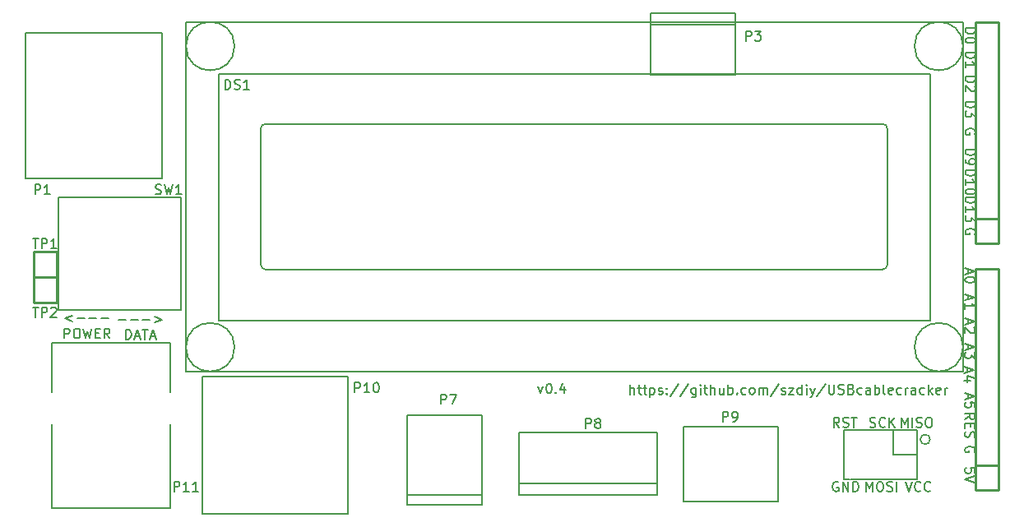
<source format=gbr>
G04 #@! TF.FileFunction,Legend,Top*
%FSLAX46Y46*%
G04 Gerber Fmt 4.6, Leading zero omitted, Abs format (unit mm)*
G04 Created by KiCad (PCBNEW 4.0.5+dfsg1-4) date Wed May 10 09:27:15 2017*
%MOMM*%
%LPD*%
G01*
G04 APERTURE LIST*
%ADD10C,0.100000*%
%ADD11C,0.150000*%
%ADD12C,0.200000*%
%ADD13C,0.254000*%
G04 APERTURE END LIST*
D10*
D11*
X102271429Y-88085714D02*
X102509524Y-88752381D01*
X102747620Y-88085714D01*
X103319048Y-87752381D02*
X103414287Y-87752381D01*
X103509525Y-87800000D01*
X103557144Y-87847619D01*
X103604763Y-87942857D01*
X103652382Y-88133333D01*
X103652382Y-88371429D01*
X103604763Y-88561905D01*
X103557144Y-88657143D01*
X103509525Y-88704762D01*
X103414287Y-88752381D01*
X103319048Y-88752381D01*
X103223810Y-88704762D01*
X103176191Y-88657143D01*
X103128572Y-88561905D01*
X103080953Y-88371429D01*
X103080953Y-88133333D01*
X103128572Y-87942857D01*
X103176191Y-87847619D01*
X103223810Y-87800000D01*
X103319048Y-87752381D01*
X104080953Y-88657143D02*
X104128572Y-88704762D01*
X104080953Y-88752381D01*
X104033334Y-88704762D01*
X104080953Y-88657143D01*
X104080953Y-88752381D01*
X104985715Y-88085714D02*
X104985715Y-88752381D01*
X104747619Y-87704762D02*
X104509524Y-88419048D01*
X105128572Y-88419048D01*
X111738094Y-88852381D02*
X111738094Y-87852381D01*
X112166666Y-88852381D02*
X112166666Y-88328571D01*
X112119047Y-88233333D01*
X112023809Y-88185714D01*
X111880951Y-88185714D01*
X111785713Y-88233333D01*
X111738094Y-88280952D01*
X112499999Y-88185714D02*
X112880951Y-88185714D01*
X112642856Y-87852381D02*
X112642856Y-88709524D01*
X112690475Y-88804762D01*
X112785713Y-88852381D01*
X112880951Y-88852381D01*
X113071428Y-88185714D02*
X113452380Y-88185714D01*
X113214285Y-87852381D02*
X113214285Y-88709524D01*
X113261904Y-88804762D01*
X113357142Y-88852381D01*
X113452380Y-88852381D01*
X113785714Y-88185714D02*
X113785714Y-89185714D01*
X113785714Y-88233333D02*
X113880952Y-88185714D01*
X114071429Y-88185714D01*
X114166667Y-88233333D01*
X114214286Y-88280952D01*
X114261905Y-88376190D01*
X114261905Y-88661905D01*
X114214286Y-88757143D01*
X114166667Y-88804762D01*
X114071429Y-88852381D01*
X113880952Y-88852381D01*
X113785714Y-88804762D01*
X114642857Y-88804762D02*
X114738095Y-88852381D01*
X114928571Y-88852381D01*
X115023810Y-88804762D01*
X115071429Y-88709524D01*
X115071429Y-88661905D01*
X115023810Y-88566667D01*
X114928571Y-88519048D01*
X114785714Y-88519048D01*
X114690476Y-88471429D01*
X114642857Y-88376190D01*
X114642857Y-88328571D01*
X114690476Y-88233333D01*
X114785714Y-88185714D01*
X114928571Y-88185714D01*
X115023810Y-88233333D01*
X115500000Y-88757143D02*
X115547619Y-88804762D01*
X115500000Y-88852381D01*
X115452381Y-88804762D01*
X115500000Y-88757143D01*
X115500000Y-88852381D01*
X115500000Y-88233333D02*
X115547619Y-88280952D01*
X115500000Y-88328571D01*
X115452381Y-88280952D01*
X115500000Y-88233333D01*
X115500000Y-88328571D01*
X116690476Y-87804762D02*
X115833333Y-89090476D01*
X117738095Y-87804762D02*
X116880952Y-89090476D01*
X118500000Y-88185714D02*
X118500000Y-88995238D01*
X118452381Y-89090476D01*
X118404762Y-89138095D01*
X118309523Y-89185714D01*
X118166666Y-89185714D01*
X118071428Y-89138095D01*
X118500000Y-88804762D02*
X118404762Y-88852381D01*
X118214285Y-88852381D01*
X118119047Y-88804762D01*
X118071428Y-88757143D01*
X118023809Y-88661905D01*
X118023809Y-88376190D01*
X118071428Y-88280952D01*
X118119047Y-88233333D01*
X118214285Y-88185714D01*
X118404762Y-88185714D01*
X118500000Y-88233333D01*
X118976190Y-88852381D02*
X118976190Y-88185714D01*
X118976190Y-87852381D02*
X118928571Y-87900000D01*
X118976190Y-87947619D01*
X119023809Y-87900000D01*
X118976190Y-87852381D01*
X118976190Y-87947619D01*
X119309523Y-88185714D02*
X119690475Y-88185714D01*
X119452380Y-87852381D02*
X119452380Y-88709524D01*
X119499999Y-88804762D01*
X119595237Y-88852381D01*
X119690475Y-88852381D01*
X120023809Y-88852381D02*
X120023809Y-87852381D01*
X120452381Y-88852381D02*
X120452381Y-88328571D01*
X120404762Y-88233333D01*
X120309524Y-88185714D01*
X120166666Y-88185714D01*
X120071428Y-88233333D01*
X120023809Y-88280952D01*
X121357143Y-88185714D02*
X121357143Y-88852381D01*
X120928571Y-88185714D02*
X120928571Y-88709524D01*
X120976190Y-88804762D01*
X121071428Y-88852381D01*
X121214286Y-88852381D01*
X121309524Y-88804762D01*
X121357143Y-88757143D01*
X121833333Y-88852381D02*
X121833333Y-87852381D01*
X121833333Y-88233333D02*
X121928571Y-88185714D01*
X122119048Y-88185714D01*
X122214286Y-88233333D01*
X122261905Y-88280952D01*
X122309524Y-88376190D01*
X122309524Y-88661905D01*
X122261905Y-88757143D01*
X122214286Y-88804762D01*
X122119048Y-88852381D01*
X121928571Y-88852381D01*
X121833333Y-88804762D01*
X122738095Y-88757143D02*
X122785714Y-88804762D01*
X122738095Y-88852381D01*
X122690476Y-88804762D01*
X122738095Y-88757143D01*
X122738095Y-88852381D01*
X123642857Y-88804762D02*
X123547619Y-88852381D01*
X123357142Y-88852381D01*
X123261904Y-88804762D01*
X123214285Y-88757143D01*
X123166666Y-88661905D01*
X123166666Y-88376190D01*
X123214285Y-88280952D01*
X123261904Y-88233333D01*
X123357142Y-88185714D01*
X123547619Y-88185714D01*
X123642857Y-88233333D01*
X124214285Y-88852381D02*
X124119047Y-88804762D01*
X124071428Y-88757143D01*
X124023809Y-88661905D01*
X124023809Y-88376190D01*
X124071428Y-88280952D01*
X124119047Y-88233333D01*
X124214285Y-88185714D01*
X124357143Y-88185714D01*
X124452381Y-88233333D01*
X124500000Y-88280952D01*
X124547619Y-88376190D01*
X124547619Y-88661905D01*
X124500000Y-88757143D01*
X124452381Y-88804762D01*
X124357143Y-88852381D01*
X124214285Y-88852381D01*
X124976190Y-88852381D02*
X124976190Y-88185714D01*
X124976190Y-88280952D02*
X125023809Y-88233333D01*
X125119047Y-88185714D01*
X125261905Y-88185714D01*
X125357143Y-88233333D01*
X125404762Y-88328571D01*
X125404762Y-88852381D01*
X125404762Y-88328571D02*
X125452381Y-88233333D01*
X125547619Y-88185714D01*
X125690476Y-88185714D01*
X125785714Y-88233333D01*
X125833333Y-88328571D01*
X125833333Y-88852381D01*
X127023809Y-87804762D02*
X126166666Y-89090476D01*
X127309523Y-88804762D02*
X127404761Y-88852381D01*
X127595237Y-88852381D01*
X127690476Y-88804762D01*
X127738095Y-88709524D01*
X127738095Y-88661905D01*
X127690476Y-88566667D01*
X127595237Y-88519048D01*
X127452380Y-88519048D01*
X127357142Y-88471429D01*
X127309523Y-88376190D01*
X127309523Y-88328571D01*
X127357142Y-88233333D01*
X127452380Y-88185714D01*
X127595237Y-88185714D01*
X127690476Y-88233333D01*
X128071428Y-88185714D02*
X128595238Y-88185714D01*
X128071428Y-88852381D01*
X128595238Y-88852381D01*
X129404762Y-88852381D02*
X129404762Y-87852381D01*
X129404762Y-88804762D02*
X129309524Y-88852381D01*
X129119047Y-88852381D01*
X129023809Y-88804762D01*
X128976190Y-88757143D01*
X128928571Y-88661905D01*
X128928571Y-88376190D01*
X128976190Y-88280952D01*
X129023809Y-88233333D01*
X129119047Y-88185714D01*
X129309524Y-88185714D01*
X129404762Y-88233333D01*
X129880952Y-88852381D02*
X129880952Y-88185714D01*
X129880952Y-87852381D02*
X129833333Y-87900000D01*
X129880952Y-87947619D01*
X129928571Y-87900000D01*
X129880952Y-87852381D01*
X129880952Y-87947619D01*
X130261904Y-88185714D02*
X130499999Y-88852381D01*
X130738095Y-88185714D02*
X130499999Y-88852381D01*
X130404761Y-89090476D01*
X130357142Y-89138095D01*
X130261904Y-89185714D01*
X131833333Y-87804762D02*
X130976190Y-89090476D01*
X132166666Y-87852381D02*
X132166666Y-88661905D01*
X132214285Y-88757143D01*
X132261904Y-88804762D01*
X132357142Y-88852381D01*
X132547619Y-88852381D01*
X132642857Y-88804762D01*
X132690476Y-88757143D01*
X132738095Y-88661905D01*
X132738095Y-87852381D01*
X133166666Y-88804762D02*
X133309523Y-88852381D01*
X133547619Y-88852381D01*
X133642857Y-88804762D01*
X133690476Y-88757143D01*
X133738095Y-88661905D01*
X133738095Y-88566667D01*
X133690476Y-88471429D01*
X133642857Y-88423810D01*
X133547619Y-88376190D01*
X133357142Y-88328571D01*
X133261904Y-88280952D01*
X133214285Y-88233333D01*
X133166666Y-88138095D01*
X133166666Y-88042857D01*
X133214285Y-87947619D01*
X133261904Y-87900000D01*
X133357142Y-87852381D01*
X133595238Y-87852381D01*
X133738095Y-87900000D01*
X134500000Y-88328571D02*
X134642857Y-88376190D01*
X134690476Y-88423810D01*
X134738095Y-88519048D01*
X134738095Y-88661905D01*
X134690476Y-88757143D01*
X134642857Y-88804762D01*
X134547619Y-88852381D01*
X134166666Y-88852381D01*
X134166666Y-87852381D01*
X134500000Y-87852381D01*
X134595238Y-87900000D01*
X134642857Y-87947619D01*
X134690476Y-88042857D01*
X134690476Y-88138095D01*
X134642857Y-88233333D01*
X134595238Y-88280952D01*
X134500000Y-88328571D01*
X134166666Y-88328571D01*
X135595238Y-88804762D02*
X135500000Y-88852381D01*
X135309523Y-88852381D01*
X135214285Y-88804762D01*
X135166666Y-88757143D01*
X135119047Y-88661905D01*
X135119047Y-88376190D01*
X135166666Y-88280952D01*
X135214285Y-88233333D01*
X135309523Y-88185714D01*
X135500000Y-88185714D01*
X135595238Y-88233333D01*
X136452381Y-88852381D02*
X136452381Y-88328571D01*
X136404762Y-88233333D01*
X136309524Y-88185714D01*
X136119047Y-88185714D01*
X136023809Y-88233333D01*
X136452381Y-88804762D02*
X136357143Y-88852381D01*
X136119047Y-88852381D01*
X136023809Y-88804762D01*
X135976190Y-88709524D01*
X135976190Y-88614286D01*
X136023809Y-88519048D01*
X136119047Y-88471429D01*
X136357143Y-88471429D01*
X136452381Y-88423810D01*
X136928571Y-88852381D02*
X136928571Y-87852381D01*
X136928571Y-88233333D02*
X137023809Y-88185714D01*
X137214286Y-88185714D01*
X137309524Y-88233333D01*
X137357143Y-88280952D01*
X137404762Y-88376190D01*
X137404762Y-88661905D01*
X137357143Y-88757143D01*
X137309524Y-88804762D01*
X137214286Y-88852381D01*
X137023809Y-88852381D01*
X136928571Y-88804762D01*
X137976190Y-88852381D02*
X137880952Y-88804762D01*
X137833333Y-88709524D01*
X137833333Y-87852381D01*
X138738096Y-88804762D02*
X138642858Y-88852381D01*
X138452381Y-88852381D01*
X138357143Y-88804762D01*
X138309524Y-88709524D01*
X138309524Y-88328571D01*
X138357143Y-88233333D01*
X138452381Y-88185714D01*
X138642858Y-88185714D01*
X138738096Y-88233333D01*
X138785715Y-88328571D01*
X138785715Y-88423810D01*
X138309524Y-88519048D01*
X139642858Y-88804762D02*
X139547620Y-88852381D01*
X139357143Y-88852381D01*
X139261905Y-88804762D01*
X139214286Y-88757143D01*
X139166667Y-88661905D01*
X139166667Y-88376190D01*
X139214286Y-88280952D01*
X139261905Y-88233333D01*
X139357143Y-88185714D01*
X139547620Y-88185714D01*
X139642858Y-88233333D01*
X140071429Y-88852381D02*
X140071429Y-88185714D01*
X140071429Y-88376190D02*
X140119048Y-88280952D01*
X140166667Y-88233333D01*
X140261905Y-88185714D01*
X140357144Y-88185714D01*
X141119049Y-88852381D02*
X141119049Y-88328571D01*
X141071430Y-88233333D01*
X140976192Y-88185714D01*
X140785715Y-88185714D01*
X140690477Y-88233333D01*
X141119049Y-88804762D02*
X141023811Y-88852381D01*
X140785715Y-88852381D01*
X140690477Y-88804762D01*
X140642858Y-88709524D01*
X140642858Y-88614286D01*
X140690477Y-88519048D01*
X140785715Y-88471429D01*
X141023811Y-88471429D01*
X141119049Y-88423810D01*
X142023811Y-88804762D02*
X141928573Y-88852381D01*
X141738096Y-88852381D01*
X141642858Y-88804762D01*
X141595239Y-88757143D01*
X141547620Y-88661905D01*
X141547620Y-88376190D01*
X141595239Y-88280952D01*
X141642858Y-88233333D01*
X141738096Y-88185714D01*
X141928573Y-88185714D01*
X142023811Y-88233333D01*
X142452382Y-88852381D02*
X142452382Y-87852381D01*
X142547620Y-88471429D02*
X142833335Y-88852381D01*
X142833335Y-88185714D02*
X142452382Y-88566667D01*
X143642859Y-88804762D02*
X143547621Y-88852381D01*
X143357144Y-88852381D01*
X143261906Y-88804762D01*
X143214287Y-88709524D01*
X143214287Y-88328571D01*
X143261906Y-88233333D01*
X143357144Y-88185714D01*
X143547621Y-88185714D01*
X143642859Y-88233333D01*
X143690478Y-88328571D01*
X143690478Y-88423810D01*
X143214287Y-88519048D01*
X144119049Y-88852381D02*
X144119049Y-88185714D01*
X144119049Y-88376190D02*
X144166668Y-88280952D01*
X144214287Y-88233333D01*
X144309525Y-88185714D01*
X144404764Y-88185714D01*
X50238095Y-79902381D02*
X50809524Y-79902381D01*
X50523809Y-80902381D02*
X50523809Y-79902381D01*
X51142857Y-80902381D02*
X51142857Y-79902381D01*
X51523810Y-79902381D01*
X51619048Y-79950000D01*
X51666667Y-79997619D01*
X51714286Y-80092857D01*
X51714286Y-80235714D01*
X51666667Y-80330952D01*
X51619048Y-80378571D01*
X51523810Y-80426190D01*
X51142857Y-80426190D01*
X52095238Y-79997619D02*
X52142857Y-79950000D01*
X52238095Y-79902381D01*
X52476191Y-79902381D01*
X52571429Y-79950000D01*
X52619048Y-79997619D01*
X52666667Y-80092857D01*
X52666667Y-80188095D01*
X52619048Y-80330952D01*
X52047619Y-80902381D01*
X52666667Y-80902381D01*
X50238095Y-72802381D02*
X50809524Y-72802381D01*
X50523809Y-73802381D02*
X50523809Y-72802381D01*
X51142857Y-73802381D02*
X51142857Y-72802381D01*
X51523810Y-72802381D01*
X51619048Y-72850000D01*
X51666667Y-72897619D01*
X51714286Y-72992857D01*
X51714286Y-73135714D01*
X51666667Y-73230952D01*
X51619048Y-73278571D01*
X51523810Y-73326190D01*
X51142857Y-73326190D01*
X52666667Y-73802381D02*
X52095238Y-73802381D01*
X52380952Y-73802381D02*
X52380952Y-72802381D01*
X52285714Y-72945238D01*
X52190476Y-73040476D01*
X52095238Y-73088095D01*
D12*
X142600000Y-93500000D02*
G75*
G03X142600000Y-93500000I-500000J0D01*
G01*
D11*
X133252381Y-92252381D02*
X132919047Y-91776190D01*
X132680952Y-92252381D02*
X132680952Y-91252381D01*
X133061905Y-91252381D01*
X133157143Y-91300000D01*
X133204762Y-91347619D01*
X133252381Y-91442857D01*
X133252381Y-91585714D01*
X133204762Y-91680952D01*
X133157143Y-91728571D01*
X133061905Y-91776190D01*
X132680952Y-91776190D01*
X133633333Y-92204762D02*
X133776190Y-92252381D01*
X134014286Y-92252381D01*
X134109524Y-92204762D01*
X134157143Y-92157143D01*
X134204762Y-92061905D01*
X134204762Y-91966667D01*
X134157143Y-91871429D01*
X134109524Y-91823810D01*
X134014286Y-91776190D01*
X133823809Y-91728571D01*
X133728571Y-91680952D01*
X133680952Y-91633333D01*
X133633333Y-91538095D01*
X133633333Y-91442857D01*
X133680952Y-91347619D01*
X133728571Y-91300000D01*
X133823809Y-91252381D01*
X134061905Y-91252381D01*
X134204762Y-91300000D01*
X134490476Y-91252381D02*
X135061905Y-91252381D01*
X134776190Y-92252381D02*
X134776190Y-91252381D01*
X136414286Y-92204762D02*
X136557143Y-92252381D01*
X136795239Y-92252381D01*
X136890477Y-92204762D01*
X136938096Y-92157143D01*
X136985715Y-92061905D01*
X136985715Y-91966667D01*
X136938096Y-91871429D01*
X136890477Y-91823810D01*
X136795239Y-91776190D01*
X136604762Y-91728571D01*
X136509524Y-91680952D01*
X136461905Y-91633333D01*
X136414286Y-91538095D01*
X136414286Y-91442857D01*
X136461905Y-91347619D01*
X136509524Y-91300000D01*
X136604762Y-91252381D01*
X136842858Y-91252381D01*
X136985715Y-91300000D01*
X137985715Y-92157143D02*
X137938096Y-92204762D01*
X137795239Y-92252381D01*
X137700001Y-92252381D01*
X137557143Y-92204762D01*
X137461905Y-92109524D01*
X137414286Y-92014286D01*
X137366667Y-91823810D01*
X137366667Y-91680952D01*
X137414286Y-91490476D01*
X137461905Y-91395238D01*
X137557143Y-91300000D01*
X137700001Y-91252381D01*
X137795239Y-91252381D01*
X137938096Y-91300000D01*
X137985715Y-91347619D01*
X138414286Y-92252381D02*
X138414286Y-91252381D01*
X138985715Y-92252381D02*
X138557143Y-91680952D01*
X138985715Y-91252381D02*
X138414286Y-91823810D01*
X139628572Y-92252381D02*
X139628572Y-91252381D01*
X139961906Y-91966667D01*
X140295239Y-91252381D01*
X140295239Y-92252381D01*
X140771429Y-92252381D02*
X140771429Y-91252381D01*
X141200000Y-92204762D02*
X141342857Y-92252381D01*
X141580953Y-92252381D01*
X141676191Y-92204762D01*
X141723810Y-92157143D01*
X141771429Y-92061905D01*
X141771429Y-91966667D01*
X141723810Y-91871429D01*
X141676191Y-91823810D01*
X141580953Y-91776190D01*
X141390476Y-91728571D01*
X141295238Y-91680952D01*
X141247619Y-91633333D01*
X141200000Y-91538095D01*
X141200000Y-91442857D01*
X141247619Y-91347619D01*
X141295238Y-91300000D01*
X141390476Y-91252381D01*
X141628572Y-91252381D01*
X141771429Y-91300000D01*
X142390476Y-91252381D02*
X142580953Y-91252381D01*
X142676191Y-91300000D01*
X142771429Y-91395238D01*
X142819048Y-91585714D01*
X142819048Y-91919048D01*
X142771429Y-92109524D01*
X142676191Y-92204762D01*
X142580953Y-92252381D01*
X142390476Y-92252381D01*
X142295238Y-92204762D01*
X142200000Y-92109524D01*
X142152381Y-91919048D01*
X142152381Y-91585714D01*
X142200000Y-91395238D01*
X142295238Y-91300000D01*
X142390476Y-91252381D01*
X140066667Y-97852381D02*
X140400000Y-98852381D01*
X140733334Y-97852381D01*
X141638096Y-98757143D02*
X141590477Y-98804762D01*
X141447620Y-98852381D01*
X141352382Y-98852381D01*
X141209524Y-98804762D01*
X141114286Y-98709524D01*
X141066667Y-98614286D01*
X141019048Y-98423810D01*
X141019048Y-98280952D01*
X141066667Y-98090476D01*
X141114286Y-97995238D01*
X141209524Y-97900000D01*
X141352382Y-97852381D01*
X141447620Y-97852381D01*
X141590477Y-97900000D01*
X141638096Y-97947619D01*
X142638096Y-98757143D02*
X142590477Y-98804762D01*
X142447620Y-98852381D01*
X142352382Y-98852381D01*
X142209524Y-98804762D01*
X142114286Y-98709524D01*
X142066667Y-98614286D01*
X142019048Y-98423810D01*
X142019048Y-98280952D01*
X142066667Y-98090476D01*
X142114286Y-97995238D01*
X142209524Y-97900000D01*
X142352382Y-97852381D01*
X142447620Y-97852381D01*
X142590477Y-97900000D01*
X142638096Y-97947619D01*
X136028572Y-98852381D02*
X136028572Y-97852381D01*
X136361906Y-98566667D01*
X136695239Y-97852381D01*
X136695239Y-98852381D01*
X137361905Y-97852381D02*
X137552382Y-97852381D01*
X137647620Y-97900000D01*
X137742858Y-97995238D01*
X137790477Y-98185714D01*
X137790477Y-98519048D01*
X137742858Y-98709524D01*
X137647620Y-98804762D01*
X137552382Y-98852381D01*
X137361905Y-98852381D01*
X137266667Y-98804762D01*
X137171429Y-98709524D01*
X137123810Y-98519048D01*
X137123810Y-98185714D01*
X137171429Y-97995238D01*
X137266667Y-97900000D01*
X137361905Y-97852381D01*
X138171429Y-98804762D02*
X138314286Y-98852381D01*
X138552382Y-98852381D01*
X138647620Y-98804762D01*
X138695239Y-98757143D01*
X138742858Y-98661905D01*
X138742858Y-98566667D01*
X138695239Y-98471429D01*
X138647620Y-98423810D01*
X138552382Y-98376190D01*
X138361905Y-98328571D01*
X138266667Y-98280952D01*
X138219048Y-98233333D01*
X138171429Y-98138095D01*
X138171429Y-98042857D01*
X138219048Y-97947619D01*
X138266667Y-97900000D01*
X138361905Y-97852381D01*
X138600001Y-97852381D01*
X138742858Y-97900000D01*
X139171429Y-98852381D02*
X139171429Y-97852381D01*
X133138096Y-97900000D02*
X133042858Y-97852381D01*
X132900001Y-97852381D01*
X132757143Y-97900000D01*
X132661905Y-97995238D01*
X132614286Y-98090476D01*
X132566667Y-98280952D01*
X132566667Y-98423810D01*
X132614286Y-98614286D01*
X132661905Y-98709524D01*
X132757143Y-98804762D01*
X132900001Y-98852381D01*
X132995239Y-98852381D01*
X133138096Y-98804762D01*
X133185715Y-98757143D01*
X133185715Y-98423810D01*
X132995239Y-98423810D01*
X133614286Y-98852381D02*
X133614286Y-97852381D01*
X134185715Y-98852381D01*
X134185715Y-97852381D01*
X134661905Y-98852381D02*
X134661905Y-97852381D01*
X134900000Y-97852381D01*
X135042858Y-97900000D01*
X135138096Y-97995238D01*
X135185715Y-98090476D01*
X135233334Y-98280952D01*
X135233334Y-98423810D01*
X135185715Y-98614286D01*
X135138096Y-98709524D01*
X135042858Y-98804762D01*
X134900000Y-98852381D01*
X134661905Y-98852381D01*
X147200000Y-72361905D02*
X147247619Y-72266667D01*
X147247619Y-72123810D01*
X147200000Y-71980952D01*
X147104762Y-71885714D01*
X147009524Y-71838095D01*
X146819048Y-71790476D01*
X146676190Y-71790476D01*
X146485714Y-71838095D01*
X146390476Y-71885714D01*
X146295238Y-71980952D01*
X146247619Y-72123810D01*
X146247619Y-72219048D01*
X146295238Y-72361905D01*
X146342857Y-72409524D01*
X146676190Y-72409524D01*
X146676190Y-72219048D01*
X146247619Y-68585714D02*
X147247619Y-68585714D01*
X147247619Y-68823809D01*
X147200000Y-68966667D01*
X147104762Y-69061905D01*
X147009524Y-69109524D01*
X146819048Y-69157143D01*
X146676190Y-69157143D01*
X146485714Y-69109524D01*
X146390476Y-69061905D01*
X146295238Y-68966667D01*
X146247619Y-68823809D01*
X146247619Y-68585714D01*
X146247619Y-70109524D02*
X146247619Y-69538095D01*
X146247619Y-69823809D02*
X147247619Y-69823809D01*
X147104762Y-69728571D01*
X147009524Y-69633333D01*
X146961905Y-69538095D01*
X147247619Y-70442857D02*
X147247619Y-71061905D01*
X146866667Y-70728571D01*
X146866667Y-70871429D01*
X146819048Y-70966667D01*
X146771429Y-71014286D01*
X146676190Y-71061905D01*
X146438095Y-71061905D01*
X146342857Y-71014286D01*
X146295238Y-70966667D01*
X146247619Y-70871429D01*
X146247619Y-70585714D01*
X146295238Y-70490476D01*
X146342857Y-70442857D01*
X146247619Y-65785714D02*
X147247619Y-65785714D01*
X147247619Y-66023809D01*
X147200000Y-66166667D01*
X147104762Y-66261905D01*
X147009524Y-66309524D01*
X146819048Y-66357143D01*
X146676190Y-66357143D01*
X146485714Y-66309524D01*
X146390476Y-66261905D01*
X146295238Y-66166667D01*
X146247619Y-66023809D01*
X146247619Y-65785714D01*
X146247619Y-67309524D02*
X146247619Y-66738095D01*
X146247619Y-67023809D02*
X147247619Y-67023809D01*
X147104762Y-66928571D01*
X147009524Y-66833333D01*
X146961905Y-66738095D01*
X147247619Y-67928571D02*
X147247619Y-68023810D01*
X147200000Y-68119048D01*
X147152381Y-68166667D01*
X147057143Y-68214286D01*
X146866667Y-68261905D01*
X146628571Y-68261905D01*
X146438095Y-68214286D01*
X146342857Y-68166667D01*
X146295238Y-68119048D01*
X146247619Y-68023810D01*
X146247619Y-67928571D01*
X146295238Y-67833333D01*
X146342857Y-67785714D01*
X146438095Y-67738095D01*
X146628571Y-67690476D01*
X146866667Y-67690476D01*
X147057143Y-67738095D01*
X147152381Y-67785714D01*
X147200000Y-67833333D01*
X147247619Y-67928571D01*
X146247619Y-63661905D02*
X147247619Y-63661905D01*
X147247619Y-63900000D01*
X147200000Y-64042858D01*
X147104762Y-64138096D01*
X147009524Y-64185715D01*
X146819048Y-64233334D01*
X146676190Y-64233334D01*
X146485714Y-64185715D01*
X146390476Y-64138096D01*
X146295238Y-64042858D01*
X146247619Y-63900000D01*
X146247619Y-63661905D01*
X146247619Y-64709524D02*
X146247619Y-64900000D01*
X146295238Y-64995239D01*
X146342857Y-65042858D01*
X146485714Y-65138096D01*
X146676190Y-65185715D01*
X147057143Y-65185715D01*
X147152381Y-65138096D01*
X147200000Y-65090477D01*
X147247619Y-64995239D01*
X147247619Y-64804762D01*
X147200000Y-64709524D01*
X147152381Y-64661905D01*
X147057143Y-64614286D01*
X146819048Y-64614286D01*
X146723810Y-64661905D01*
X146676190Y-64709524D01*
X146628571Y-64804762D01*
X146628571Y-64995239D01*
X146676190Y-65090477D01*
X146723810Y-65138096D01*
X146819048Y-65185715D01*
X147200000Y-62061905D02*
X147247619Y-61966667D01*
X147247619Y-61823810D01*
X147200000Y-61680952D01*
X147104762Y-61585714D01*
X147009524Y-61538095D01*
X146819048Y-61490476D01*
X146676190Y-61490476D01*
X146485714Y-61538095D01*
X146390476Y-61585714D01*
X146295238Y-61680952D01*
X146247619Y-61823810D01*
X146247619Y-61919048D01*
X146295238Y-62061905D01*
X146342857Y-62109524D01*
X146676190Y-62109524D01*
X146676190Y-61919048D01*
X146247619Y-58761905D02*
X147247619Y-58761905D01*
X147247619Y-59000000D01*
X147200000Y-59142858D01*
X147104762Y-59238096D01*
X147009524Y-59285715D01*
X146819048Y-59333334D01*
X146676190Y-59333334D01*
X146485714Y-59285715D01*
X146390476Y-59238096D01*
X146295238Y-59142858D01*
X146247619Y-59000000D01*
X146247619Y-58761905D01*
X147247619Y-59666667D02*
X147247619Y-60285715D01*
X146866667Y-59952381D01*
X146866667Y-60095239D01*
X146819048Y-60190477D01*
X146771429Y-60238096D01*
X146676190Y-60285715D01*
X146438095Y-60285715D01*
X146342857Y-60238096D01*
X146295238Y-60190477D01*
X146247619Y-60095239D01*
X146247619Y-59809524D01*
X146295238Y-59714286D01*
X146342857Y-59666667D01*
X146247619Y-56161905D02*
X147247619Y-56161905D01*
X147247619Y-56400000D01*
X147200000Y-56542858D01*
X147104762Y-56638096D01*
X147009524Y-56685715D01*
X146819048Y-56733334D01*
X146676190Y-56733334D01*
X146485714Y-56685715D01*
X146390476Y-56638096D01*
X146295238Y-56542858D01*
X146247619Y-56400000D01*
X146247619Y-56161905D01*
X147152381Y-57114286D02*
X147200000Y-57161905D01*
X147247619Y-57257143D01*
X147247619Y-57495239D01*
X147200000Y-57590477D01*
X147152381Y-57638096D01*
X147057143Y-57685715D01*
X146961905Y-57685715D01*
X146819048Y-57638096D01*
X146247619Y-57066667D01*
X146247619Y-57685715D01*
X146247619Y-53661905D02*
X147247619Y-53661905D01*
X147247619Y-53900000D01*
X147200000Y-54042858D01*
X147104762Y-54138096D01*
X147009524Y-54185715D01*
X146819048Y-54233334D01*
X146676190Y-54233334D01*
X146485714Y-54185715D01*
X146390476Y-54138096D01*
X146295238Y-54042858D01*
X146247619Y-53900000D01*
X146247619Y-53661905D01*
X146247619Y-55185715D02*
X146247619Y-54614286D01*
X146247619Y-54900000D02*
X147247619Y-54900000D01*
X147104762Y-54804762D01*
X147009524Y-54709524D01*
X146961905Y-54614286D01*
X146247619Y-51161905D02*
X147247619Y-51161905D01*
X147247619Y-51400000D01*
X147200000Y-51542858D01*
X147104762Y-51638096D01*
X147009524Y-51685715D01*
X146819048Y-51733334D01*
X146676190Y-51733334D01*
X146485714Y-51685715D01*
X146390476Y-51638096D01*
X146295238Y-51542858D01*
X146247619Y-51400000D01*
X146247619Y-51161905D01*
X147247619Y-52352381D02*
X147247619Y-52447620D01*
X147200000Y-52542858D01*
X147152381Y-52590477D01*
X147057143Y-52638096D01*
X146866667Y-52685715D01*
X146628571Y-52685715D01*
X146438095Y-52638096D01*
X146342857Y-52590477D01*
X146295238Y-52542858D01*
X146247619Y-52447620D01*
X146247619Y-52352381D01*
X146295238Y-52257143D01*
X146342857Y-52209524D01*
X146438095Y-52161905D01*
X146628571Y-52114286D01*
X146866667Y-52114286D01*
X147057143Y-52161905D01*
X147152381Y-52209524D01*
X147200000Y-52257143D01*
X147247619Y-52352381D01*
X59061905Y-81146429D02*
X59823810Y-81146429D01*
X60300000Y-81146429D02*
X61061905Y-81146429D01*
X61538095Y-81146429D02*
X62300000Y-81146429D01*
X62776190Y-80860714D02*
X63538095Y-81146429D01*
X62776190Y-81432143D01*
X59800000Y-83177381D02*
X59800000Y-82177381D01*
X60038095Y-82177381D01*
X60180953Y-82225000D01*
X60276191Y-82320238D01*
X60323810Y-82415476D01*
X60371429Y-82605952D01*
X60371429Y-82748810D01*
X60323810Y-82939286D01*
X60276191Y-83034524D01*
X60180953Y-83129762D01*
X60038095Y-83177381D01*
X59800000Y-83177381D01*
X60752381Y-82891667D02*
X61228572Y-82891667D01*
X60657143Y-83177381D02*
X60990476Y-82177381D01*
X61323810Y-83177381D01*
X61514286Y-82177381D02*
X62085715Y-82177381D01*
X61800000Y-83177381D02*
X61800000Y-82177381D01*
X62371429Y-82891667D02*
X62847620Y-82891667D01*
X62276191Y-83177381D02*
X62609524Y-82177381D01*
X62942858Y-83177381D01*
X54323810Y-80760714D02*
X53561905Y-81046429D01*
X54323810Y-81332143D01*
X54800000Y-81046429D02*
X55561905Y-81046429D01*
X56038095Y-81046429D02*
X56800000Y-81046429D01*
X57276190Y-81046429D02*
X58038095Y-81046429D01*
X53490476Y-83077381D02*
X53490476Y-82077381D01*
X53871429Y-82077381D01*
X53966667Y-82125000D01*
X54014286Y-82172619D01*
X54061905Y-82267857D01*
X54061905Y-82410714D01*
X54014286Y-82505952D01*
X53966667Y-82553571D01*
X53871429Y-82601190D01*
X53490476Y-82601190D01*
X54680952Y-82077381D02*
X54871429Y-82077381D01*
X54966667Y-82125000D01*
X55061905Y-82220238D01*
X55109524Y-82410714D01*
X55109524Y-82744048D01*
X55061905Y-82934524D01*
X54966667Y-83029762D01*
X54871429Y-83077381D01*
X54680952Y-83077381D01*
X54585714Y-83029762D01*
X54490476Y-82934524D01*
X54442857Y-82744048D01*
X54442857Y-82410714D01*
X54490476Y-82220238D01*
X54585714Y-82125000D01*
X54680952Y-82077381D01*
X55442857Y-82077381D02*
X55680952Y-83077381D01*
X55871429Y-82363095D01*
X56061905Y-83077381D01*
X56300000Y-82077381D01*
X56680952Y-82553571D02*
X57014286Y-82553571D01*
X57157143Y-83077381D02*
X56680952Y-83077381D01*
X56680952Y-82077381D01*
X57157143Y-82077381D01*
X58157143Y-83077381D02*
X57823809Y-82601190D01*
X57585714Y-83077381D02*
X57585714Y-82077381D01*
X57966667Y-82077381D01*
X58061905Y-82125000D01*
X58109524Y-82172619D01*
X58157143Y-82267857D01*
X58157143Y-82410714D01*
X58109524Y-82505952D01*
X58061905Y-82553571D01*
X57966667Y-82601190D01*
X57585714Y-82601190D01*
X147209335Y-96944994D02*
X147209335Y-96468803D01*
X146733145Y-96421184D01*
X146780764Y-96468803D01*
X146828383Y-96564041D01*
X146828383Y-96802137D01*
X146780764Y-96897375D01*
X146733145Y-96944994D01*
X146637906Y-96992613D01*
X146399811Y-96992613D01*
X146304573Y-96944994D01*
X146256954Y-96897375D01*
X146209335Y-96802137D01*
X146209335Y-96564041D01*
X146256954Y-96468803D01*
X146304573Y-96421184D01*
X147209335Y-97278327D02*
X146209335Y-97611660D01*
X147209335Y-97944994D01*
X147161716Y-94797375D02*
X147209335Y-94702137D01*
X147209335Y-94559280D01*
X147161716Y-94416422D01*
X147066478Y-94321184D01*
X146971240Y-94273565D01*
X146780764Y-94225946D01*
X146637906Y-94225946D01*
X146447430Y-94273565D01*
X146352192Y-94321184D01*
X146256954Y-94416422D01*
X146209335Y-94559280D01*
X146209335Y-94654518D01*
X146256954Y-94797375D01*
X146304573Y-94844994D01*
X146637906Y-94844994D01*
X146637906Y-94654518D01*
X146209335Y-91416423D02*
X146685526Y-91083089D01*
X146209335Y-90844994D02*
X147209335Y-90844994D01*
X147209335Y-91225947D01*
X147161716Y-91321185D01*
X147114097Y-91368804D01*
X147018859Y-91416423D01*
X146876002Y-91416423D01*
X146780764Y-91368804D01*
X146733145Y-91321185D01*
X146685526Y-91225947D01*
X146685526Y-90844994D01*
X146733145Y-91844994D02*
X146733145Y-92178328D01*
X146209335Y-92321185D02*
X146209335Y-91844994D01*
X147209335Y-91844994D01*
X147209335Y-92321185D01*
X146256954Y-92702137D02*
X146209335Y-92844994D01*
X146209335Y-93083090D01*
X146256954Y-93178328D01*
X146304573Y-93225947D01*
X146399811Y-93273566D01*
X146495049Y-93273566D01*
X146590287Y-93225947D01*
X146637906Y-93178328D01*
X146685526Y-93083090D01*
X146733145Y-92892613D01*
X146780764Y-92797375D01*
X146828383Y-92749756D01*
X146923621Y-92702137D01*
X147018859Y-92702137D01*
X147114097Y-92749756D01*
X147161716Y-92797375D01*
X147209335Y-92892613D01*
X147209335Y-93130709D01*
X147161716Y-93273566D01*
X146495049Y-88821184D02*
X146495049Y-89297375D01*
X146209335Y-88725946D02*
X147209335Y-89059279D01*
X146209335Y-89392613D01*
X147209335Y-90202137D02*
X147209335Y-89725946D01*
X146733145Y-89678327D01*
X146780764Y-89725946D01*
X146828383Y-89821184D01*
X146828383Y-90059280D01*
X146780764Y-90154518D01*
X146733145Y-90202137D01*
X146637906Y-90249756D01*
X146399811Y-90249756D01*
X146304573Y-90202137D01*
X146256954Y-90154518D01*
X146209335Y-90059280D01*
X146209335Y-89821184D01*
X146256954Y-89725946D01*
X146304573Y-89678327D01*
X146395049Y-86121184D02*
X146395049Y-86597375D01*
X146109335Y-86025946D02*
X147109335Y-86359279D01*
X146109335Y-86692613D01*
X146776002Y-87454518D02*
X146109335Y-87454518D01*
X147156954Y-87216422D02*
X146442668Y-86978327D01*
X146442668Y-87597375D01*
X146495049Y-83721184D02*
X146495049Y-84197375D01*
X146209335Y-83625946D02*
X147209335Y-83959279D01*
X146209335Y-84292613D01*
X147209335Y-84530708D02*
X147209335Y-85149756D01*
X146828383Y-84816422D01*
X146828383Y-84959280D01*
X146780764Y-85054518D01*
X146733145Y-85102137D01*
X146637906Y-85149756D01*
X146399811Y-85149756D01*
X146304573Y-85102137D01*
X146256954Y-85054518D01*
X146209335Y-84959280D01*
X146209335Y-84673565D01*
X146256954Y-84578327D01*
X146304573Y-84530708D01*
X146495049Y-81121184D02*
X146495049Y-81597375D01*
X146209335Y-81025946D02*
X147209335Y-81359279D01*
X146209335Y-81692613D01*
X147114097Y-81978327D02*
X147161716Y-82025946D01*
X147209335Y-82121184D01*
X147209335Y-82359280D01*
X147161716Y-82454518D01*
X147114097Y-82502137D01*
X147018859Y-82549756D01*
X146923621Y-82549756D01*
X146780764Y-82502137D01*
X146209335Y-81930708D01*
X146209335Y-82549756D01*
X146495049Y-78621184D02*
X146495049Y-79097375D01*
X146209335Y-78525946D02*
X147209335Y-78859279D01*
X146209335Y-79192613D01*
X146209335Y-80049756D02*
X146209335Y-79478327D01*
X146209335Y-79764041D02*
X147209335Y-79764041D01*
X147066478Y-79668803D01*
X146971240Y-79573565D01*
X146923621Y-79478327D01*
X146495049Y-75921184D02*
X146495049Y-76397375D01*
X146209335Y-75825946D02*
X147209335Y-76159279D01*
X146209335Y-76492613D01*
X147209335Y-77016422D02*
X147209335Y-77111661D01*
X147161716Y-77206899D01*
X147114097Y-77254518D01*
X147018859Y-77302137D01*
X146828383Y-77349756D01*
X146590287Y-77349756D01*
X146399811Y-77302137D01*
X146304573Y-77254518D01*
X146256954Y-77206899D01*
X146209335Y-77111661D01*
X146209335Y-77016422D01*
X146256954Y-76921184D01*
X146304573Y-76873565D01*
X146399811Y-76825946D01*
X146590287Y-76778327D01*
X146828383Y-76778327D01*
X147018859Y-76825946D01*
X147114097Y-76873565D01*
X147161716Y-76921184D01*
X147209335Y-77016422D01*
X74200660Y-61001000D02*
X137700660Y-61001000D01*
X73700280Y-75499320D02*
X73700280Y-61498840D01*
X137700660Y-75999700D02*
X74200660Y-75999700D01*
X138201040Y-61498840D02*
X138201040Y-75499320D01*
X138198500Y-61498840D02*
G75*
G03X137700660Y-61001000I-497840J0D01*
G01*
X137700660Y-75999700D02*
G75*
G03X138201040Y-75499320I0J500380D01*
G01*
X73700280Y-75499320D02*
G75*
G03X74200660Y-75999700I500380J0D01*
G01*
X74200660Y-60998460D02*
G75*
G03X73700280Y-61498840I0J-500380D01*
G01*
X69400060Y-55900680D02*
X142600320Y-55900680D01*
X142600320Y-55900680D02*
X142600320Y-81300680D01*
X142600320Y-81300680D02*
X69400060Y-81300680D01*
X69400060Y-81300680D02*
X69400060Y-55900680D01*
X145998840Y-53000000D02*
G75*
G03X145998840Y-53000000I-2499360J0D01*
G01*
X145998840Y-84000700D02*
G75*
G03X145998840Y-84000700I-2499360J0D01*
G01*
X71002800Y-84000700D02*
G75*
G03X71002800Y-84000700I-2501900J0D01*
G01*
X71000260Y-53000000D02*
G75*
G03X71000260Y-53000000I-2499360J0D01*
G01*
X65999000Y-50500640D02*
X145998840Y-50500640D01*
X145998840Y-50500640D02*
X145998840Y-86500060D01*
X145998840Y-86500060D02*
X65999000Y-86500060D01*
X65999000Y-86500060D02*
X65999000Y-50500640D01*
X63400000Y-80200000D02*
X65500000Y-80200000D01*
X65500000Y-80200000D02*
X65500000Y-68600000D01*
X65500000Y-68600000D02*
X52900000Y-68600000D01*
X52900000Y-68600000D02*
X52900000Y-80200000D01*
X52900000Y-80200000D02*
X63400000Y-80200000D01*
X118580000Y-92190000D02*
X126980000Y-92190000D01*
X126980000Y-92190000D02*
X126980000Y-93340000D01*
X126980000Y-93340000D02*
X126980000Y-93370000D01*
X118580000Y-92190000D02*
X117180000Y-92190000D01*
X117180000Y-92190000D02*
X117180000Y-93390000D01*
X117180000Y-93400000D02*
X117180000Y-99910000D01*
X117180000Y-99910000D02*
X117760000Y-99910000D01*
X126980000Y-93360000D02*
X126980000Y-99910000D01*
X126980000Y-99910000D02*
X126430000Y-99910000D01*
X117760000Y-99910000D02*
X126420000Y-99910000D01*
X138800000Y-92500000D02*
X133800000Y-92500000D01*
X133800000Y-92500000D02*
X133700000Y-92500000D01*
X133700000Y-92500000D02*
X133700000Y-97600000D01*
X133700000Y-97600000D02*
X134300000Y-97600000D01*
X138800000Y-95100000D02*
X141300000Y-95100000D01*
X138800000Y-95100000D02*
X138800000Y-92500000D01*
X138800000Y-92500000D02*
X141300000Y-92500000D01*
X141300000Y-92500000D02*
X141300000Y-97600000D01*
X141300000Y-97600000D02*
X134400000Y-97600000D01*
D13*
X52700000Y-76800000D02*
X50300000Y-76800000D01*
X50300000Y-79400000D02*
X50300000Y-74200000D01*
X50300000Y-74200000D02*
X52700000Y-74200000D01*
X52700000Y-74200000D02*
X52700000Y-79400000D01*
X52700000Y-79400000D02*
X50300000Y-79400000D01*
D11*
X88749360Y-99199180D02*
X96450640Y-99199180D01*
X88749360Y-100199940D02*
X96450640Y-100199940D01*
X96450640Y-100199940D02*
X96450640Y-91000060D01*
X96450640Y-91000060D02*
X88749360Y-91000060D01*
X88749360Y-91000060D02*
X88749360Y-100199940D01*
X108950000Y-92800000D02*
X100250000Y-92800000D01*
X100250000Y-99200000D02*
X100250000Y-92800000D01*
X108950000Y-99200000D02*
X100250000Y-99200000D01*
X108950000Y-98000000D02*
X100250000Y-98000000D01*
X108950000Y-98000000D02*
X114550000Y-98000000D01*
X113250000Y-92800000D02*
X114550000Y-92800000D01*
X114550000Y-92800000D02*
X114550000Y-99200000D01*
X114550000Y-99200000D02*
X113250000Y-99200000D01*
X108950000Y-92800000D02*
X113250000Y-92800000D01*
X113250000Y-99200000D02*
X108950000Y-99200000D01*
X82709000Y-87057000D02*
X82709000Y-101154000D01*
X67723000Y-101154000D02*
X67723000Y-87057000D01*
X82709000Y-87057000D02*
X67723000Y-87057000D01*
X82709000Y-101154000D02*
X67723000Y-101154000D01*
X63545120Y-66649860D02*
X49448120Y-66649860D01*
X49448120Y-51663860D02*
X63545120Y-51663860D01*
X63545120Y-66649860D02*
X63545120Y-51663860D01*
X49448120Y-66649860D02*
X49448120Y-51663860D01*
X52174000Y-91950000D02*
X52174000Y-100586000D01*
X52174000Y-83568000D02*
X52174000Y-88648000D01*
X64366000Y-91950000D02*
X64366000Y-100586000D01*
X64366000Y-83568000D02*
X64366000Y-88648000D01*
X64366000Y-100586000D02*
X52174000Y-100586000D01*
X52174000Y-83568000D02*
X64366000Y-83568000D01*
D13*
X147260960Y-75940000D02*
X147260960Y-98740000D01*
X149660960Y-98740000D02*
X149660960Y-75940000D01*
X147260960Y-98740000D02*
X149660960Y-98740000D01*
X147260960Y-96140000D02*
X149660960Y-96140000D01*
X149660960Y-75940000D02*
X147260960Y-75940000D01*
X147260960Y-50540000D02*
X147260960Y-73340000D01*
X149660960Y-73340000D02*
X149660960Y-50540000D01*
X147260960Y-73340000D02*
X149660960Y-73340000D01*
X147260960Y-70740000D02*
X149660960Y-70740000D01*
X149660960Y-50540000D02*
X147260960Y-50540000D01*
D11*
X122550900Y-49582540D02*
X113850900Y-49582540D01*
X122550900Y-55987540D02*
X113850900Y-55987540D01*
X113850900Y-55987540D02*
X113850900Y-49582540D01*
X113850900Y-50812540D02*
X122550900Y-50812540D01*
X122550900Y-49582540D02*
X122550900Y-55987540D01*
X70035714Y-57452381D02*
X70035714Y-56452381D01*
X70273809Y-56452381D01*
X70416667Y-56500000D01*
X70511905Y-56595238D01*
X70559524Y-56690476D01*
X70607143Y-56880952D01*
X70607143Y-57023810D01*
X70559524Y-57214286D01*
X70511905Y-57309524D01*
X70416667Y-57404762D01*
X70273809Y-57452381D01*
X70035714Y-57452381D01*
X70988095Y-57404762D02*
X71130952Y-57452381D01*
X71369048Y-57452381D01*
X71464286Y-57404762D01*
X71511905Y-57357143D01*
X71559524Y-57261905D01*
X71559524Y-57166667D01*
X71511905Y-57071429D01*
X71464286Y-57023810D01*
X71369048Y-56976190D01*
X71178571Y-56928571D01*
X71083333Y-56880952D01*
X71035714Y-56833333D01*
X70988095Y-56738095D01*
X70988095Y-56642857D01*
X71035714Y-56547619D01*
X71083333Y-56500000D01*
X71178571Y-56452381D01*
X71416667Y-56452381D01*
X71559524Y-56500000D01*
X72511905Y-57452381D02*
X71940476Y-57452381D01*
X72226190Y-57452381D02*
X72226190Y-56452381D01*
X72130952Y-56595238D01*
X72035714Y-56690476D01*
X71940476Y-56738095D01*
X62866667Y-68204762D02*
X63009524Y-68252381D01*
X63247620Y-68252381D01*
X63342858Y-68204762D01*
X63390477Y-68157143D01*
X63438096Y-68061905D01*
X63438096Y-67966667D01*
X63390477Y-67871429D01*
X63342858Y-67823810D01*
X63247620Y-67776190D01*
X63057143Y-67728571D01*
X62961905Y-67680952D01*
X62914286Y-67633333D01*
X62866667Y-67538095D01*
X62866667Y-67442857D01*
X62914286Y-67347619D01*
X62961905Y-67300000D01*
X63057143Y-67252381D01*
X63295239Y-67252381D01*
X63438096Y-67300000D01*
X63771429Y-67252381D02*
X64009524Y-68252381D01*
X64200001Y-67538095D01*
X64390477Y-68252381D01*
X64628572Y-67252381D01*
X65533334Y-68252381D02*
X64961905Y-68252381D01*
X65247619Y-68252381D02*
X65247619Y-67252381D01*
X65152381Y-67395238D01*
X65057143Y-67490476D01*
X64961905Y-67538095D01*
X121261905Y-91652381D02*
X121261905Y-90652381D01*
X121642858Y-90652381D01*
X121738096Y-90700000D01*
X121785715Y-90747619D01*
X121833334Y-90842857D01*
X121833334Y-90985714D01*
X121785715Y-91080952D01*
X121738096Y-91128571D01*
X121642858Y-91176190D01*
X121261905Y-91176190D01*
X122309524Y-91652381D02*
X122500000Y-91652381D01*
X122595239Y-91604762D01*
X122642858Y-91557143D01*
X122738096Y-91414286D01*
X122785715Y-91223810D01*
X122785715Y-90842857D01*
X122738096Y-90747619D01*
X122690477Y-90700000D01*
X122595239Y-90652381D01*
X122404762Y-90652381D01*
X122309524Y-90700000D01*
X122261905Y-90747619D01*
X122214286Y-90842857D01*
X122214286Y-91080952D01*
X122261905Y-91176190D01*
X122309524Y-91223810D01*
X122404762Y-91271429D01*
X122595239Y-91271429D01*
X122690477Y-91223810D01*
X122738096Y-91176190D01*
X122785715Y-91080952D01*
X92261905Y-89852381D02*
X92261905Y-88852381D01*
X92642858Y-88852381D01*
X92738096Y-88900000D01*
X92785715Y-88947619D01*
X92833334Y-89042857D01*
X92833334Y-89185714D01*
X92785715Y-89280952D01*
X92738096Y-89328571D01*
X92642858Y-89376190D01*
X92261905Y-89376190D01*
X93166667Y-88852381D02*
X93833334Y-88852381D01*
X93404762Y-89852381D01*
X107161905Y-92352381D02*
X107161905Y-91352381D01*
X107542858Y-91352381D01*
X107638096Y-91400000D01*
X107685715Y-91447619D01*
X107733334Y-91542857D01*
X107733334Y-91685714D01*
X107685715Y-91780952D01*
X107638096Y-91828571D01*
X107542858Y-91876190D01*
X107161905Y-91876190D01*
X108304762Y-91780952D02*
X108209524Y-91733333D01*
X108161905Y-91685714D01*
X108114286Y-91590476D01*
X108114286Y-91542857D01*
X108161905Y-91447619D01*
X108209524Y-91400000D01*
X108304762Y-91352381D01*
X108495239Y-91352381D01*
X108590477Y-91400000D01*
X108638096Y-91447619D01*
X108685715Y-91542857D01*
X108685715Y-91590476D01*
X108638096Y-91685714D01*
X108590477Y-91733333D01*
X108495239Y-91780952D01*
X108304762Y-91780952D01*
X108209524Y-91828571D01*
X108161905Y-91876190D01*
X108114286Y-91971429D01*
X108114286Y-92161905D01*
X108161905Y-92257143D01*
X108209524Y-92304762D01*
X108304762Y-92352381D01*
X108495239Y-92352381D01*
X108590477Y-92304762D01*
X108638096Y-92257143D01*
X108685715Y-92161905D01*
X108685715Y-91971429D01*
X108638096Y-91876190D01*
X108590477Y-91828571D01*
X108495239Y-91780952D01*
X83385714Y-88652381D02*
X83385714Y-87652381D01*
X83766667Y-87652381D01*
X83861905Y-87700000D01*
X83909524Y-87747619D01*
X83957143Y-87842857D01*
X83957143Y-87985714D01*
X83909524Y-88080952D01*
X83861905Y-88128571D01*
X83766667Y-88176190D01*
X83385714Y-88176190D01*
X84909524Y-88652381D02*
X84338095Y-88652381D01*
X84623809Y-88652381D02*
X84623809Y-87652381D01*
X84528571Y-87795238D01*
X84433333Y-87890476D01*
X84338095Y-87938095D01*
X85528571Y-87652381D02*
X85623810Y-87652381D01*
X85719048Y-87700000D01*
X85766667Y-87747619D01*
X85814286Y-87842857D01*
X85861905Y-88033333D01*
X85861905Y-88271429D01*
X85814286Y-88461905D01*
X85766667Y-88557143D01*
X85719048Y-88604762D01*
X85623810Y-88652381D01*
X85528571Y-88652381D01*
X85433333Y-88604762D01*
X85385714Y-88557143D01*
X85338095Y-88461905D01*
X85290476Y-88271429D01*
X85290476Y-88033333D01*
X85338095Y-87842857D01*
X85385714Y-87747619D01*
X85433333Y-87700000D01*
X85528571Y-87652381D01*
X50461905Y-68252381D02*
X50461905Y-67252381D01*
X50842858Y-67252381D01*
X50938096Y-67300000D01*
X50985715Y-67347619D01*
X51033334Y-67442857D01*
X51033334Y-67585714D01*
X50985715Y-67680952D01*
X50938096Y-67728571D01*
X50842858Y-67776190D01*
X50461905Y-67776190D01*
X51985715Y-68252381D02*
X51414286Y-68252381D01*
X51700000Y-68252381D02*
X51700000Y-67252381D01*
X51604762Y-67395238D01*
X51509524Y-67490476D01*
X51414286Y-67538095D01*
X64785714Y-98852381D02*
X64785714Y-97852381D01*
X65166667Y-97852381D01*
X65261905Y-97900000D01*
X65309524Y-97947619D01*
X65357143Y-98042857D01*
X65357143Y-98185714D01*
X65309524Y-98280952D01*
X65261905Y-98328571D01*
X65166667Y-98376190D01*
X64785714Y-98376190D01*
X66309524Y-98852381D02*
X65738095Y-98852381D01*
X66023809Y-98852381D02*
X66023809Y-97852381D01*
X65928571Y-97995238D01*
X65833333Y-98090476D01*
X65738095Y-98138095D01*
X67261905Y-98852381D02*
X66690476Y-98852381D01*
X66976190Y-98852381D02*
X66976190Y-97852381D01*
X66880952Y-97995238D01*
X66785714Y-98090476D01*
X66690476Y-98138095D01*
X123661905Y-52452381D02*
X123661905Y-51452381D01*
X124042858Y-51452381D01*
X124138096Y-51500000D01*
X124185715Y-51547619D01*
X124233334Y-51642857D01*
X124233334Y-51785714D01*
X124185715Y-51880952D01*
X124138096Y-51928571D01*
X124042858Y-51976190D01*
X123661905Y-51976190D01*
X124566667Y-51452381D02*
X125185715Y-51452381D01*
X124852381Y-51833333D01*
X124995239Y-51833333D01*
X125090477Y-51880952D01*
X125138096Y-51928571D01*
X125185715Y-52023810D01*
X125185715Y-52261905D01*
X125138096Y-52357143D01*
X125090477Y-52404762D01*
X124995239Y-52452381D01*
X124709524Y-52452381D01*
X124614286Y-52404762D01*
X124566667Y-52357143D01*
M02*

</source>
